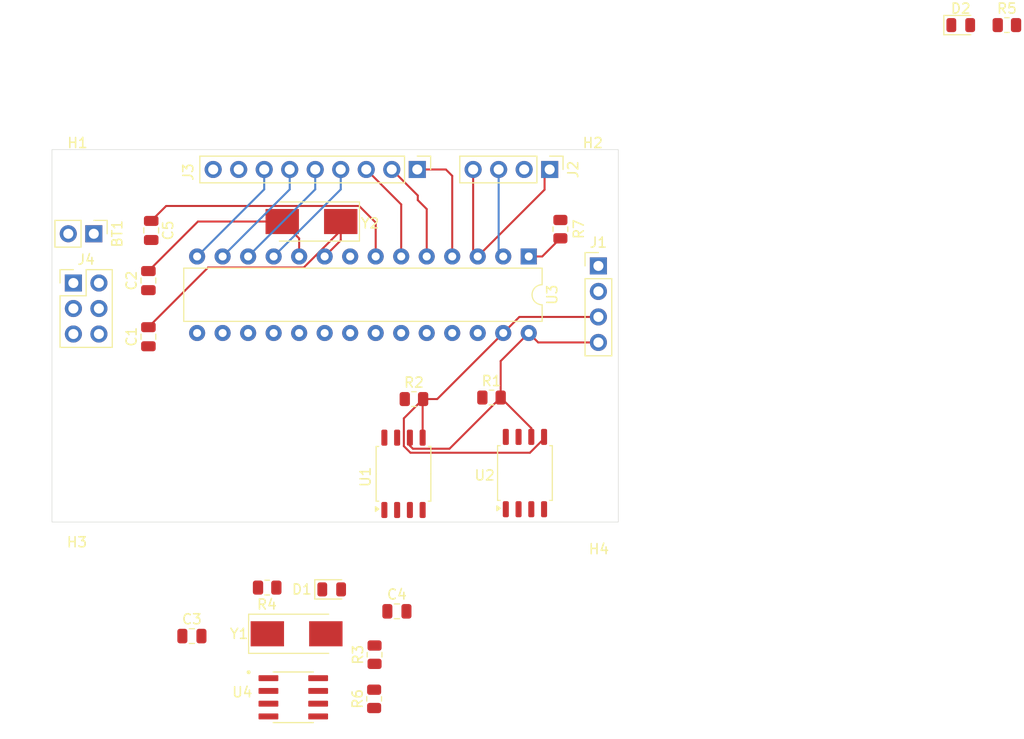
<source format=kicad_pcb>
(kicad_pcb (version 20240108) (generator "pcbnew") (generator_version "8.0")
  (title_block (title "Datalogger PCB") (date "2024-06-24"))
  (layers (0 "F.Cu" mixed) (31 "B.Cu" mixed) (34 "B.Paste" user) (35 "F.Paste" user) (36 "B.SilkS" user "B.Silkscreen") (37 "F.SilkS" user "F.Silkscreen") (38 "B.Mask" user) (39 "F.Mask" user) (44 "Edge.Cuts" user))
  (net 0 "")
  (net 1 "Net-(BT1-+)")
  (net 2 "GND")
  (net 3 "Net-(U3-XTAL1{slash}PB6)")
  (net 4 "Net-(U3-XTAL2{slash}PB7)")
  (net 5 "/Vcc")
  (net 6 "Net-(U3-AREF)")
  (net 7 "/SCK")
  (net 8 "Net-(D1-K)")
  (net 9 "Net-(D2-K)")
  (net 10 "/SDA")
  (net 11 "/TX")
  (net 12 "/RX")
  (net 13 "/D2")
  (net 14 "/D6")
  (net 15 "/D8")
  (net 16 "/D7")
  (net 17 "/D5")
  (net 18 "/D4")
  (net 19 "/D3")
  (net 20 "/MOSI")
  (net 21 "/MISO")
  (net 22 "/RESET")
  (net 23 "Net-(U4-~{INTA})")
  (net 24 "Net-(U4-SQW{slash}~INT)")
  (net 31 "Net-(U4-X2)")
  (net 32 "Net-(U4-X1)")
  (footprint "Crystal:Crystal_SMD_0603-2Pin_6.0x3.5mm_HandSoldering" (layer "F.Cu") (at 121.9935 149.5044)
    (property "Reference" "Y1" (at -5.7235 0 0) (layer "F.SilkS"))
    (property "Value" "32.768 kHz")
    (fp_line (start -4.775 -1.95) (end -4.775 1.95) (stroke (width 0.12)) (layer "F.SilkS"))
    (fp_line (start -4.775 1.95) (end 3.2 1.95) (stroke (width 0.12)) (layer "F.SilkS"))
    (fp_line (start 3.2 -1.95) (end -4.775 -1.95) (stroke (width 0.12)) (layer "F.SilkS"))
    (pad "1" smd rect (at -2.9125 0) (size 3.325 2.5) (layers "F.Cu" "F.Paste" "F.Mask") (net 32 "Net-(U4-X1)"))
    (pad "2" smd rect (at 2.9125 0) (size 3.325 2.5) (layers "F.Cu" "F.Paste" "F.Mask") (net 31 "Net-(U4-X2)"))
  )
  (footprint "MountingHole:MountingHole_2.2mm_M2" (layer "F.Cu") (at 151.4856 135.8392)
    (property "Reference" "H4" (at 0.6096 5.2324 0) (layer "F.SilkS"))
    (property "Value" "MountingHole")
    (pad "" np_thru_hole circle (at 0 0) (size 2.2 2.2) (drill 2.2) (layers "*.Cu" "*.Mask"))
  )
  (footprint "Resistor_SMD:R_0805_2012Metric" (layer "F.Cu") (at 129.714 155.985 90)
    (property "Reference" "R6" (at 0 -1.65 -90) (layer "F.SilkS"))
    (property "Value" "10k")
    (fp_line (start -0.227064 -0.735) (end 0.227064 -0.735) (stroke (width 0.12)) (layer "F.SilkS"))
    (fp_line (start -0.227064 0.735) (end 0.227064 0.735) (stroke (width 0.12)) (layer "F.SilkS"))
    (pad "1" smd roundrect (at -0.9125 0 90) (size 1.025 1.4) (layers "F.Cu" "F.Paste" "F.Mask") (roundrect_rratio 0.243902) (net 5 "/Vcc"))
    (pad "2" smd roundrect (at 0.9125 0 90) (size 1.025 1.4) (layers "F.Cu" "F.Paste" "F.Mask") (roundrect_rratio 0.243902) (net 24 "Net-(U4-SQW{slash}~INT)"))
  )
  (footprint "Resistor_SMD:R_0805_2012Metric" (layer "F.Cu") (at 148.2598 109.2181 -90)
    (property "Reference" "R7" (at -0.0019 -1.8288 90) (layer "F.SilkS"))
    (property "Value" "10k")
    (fp_line (start -0.227064 0.735) (end 0.227064 0.735) (stroke (width 0.12)) (layer "F.SilkS"))
    (fp_line (start -0.227064 -0.735) (end 0.227064 -0.735) (stroke (width 0.12)) (layer "F.SilkS"))
    (pad "1" smd roundrect (at -0.9125 0 270) (size 1.025 1.4) (layers "F.Cu" "F.Paste" "F.Mask") (roundrect_rratio 0.243902) (net 5 "/Vcc"))
    (pad "2" smd roundrect (at 0.9125 0 270) (size 1.025 1.4) (layers "F.Cu" "F.Paste" "F.Mask") (roundrect_rratio 0.243902) (net 22 "/RESET"))
  )
  (footprint "Package_DIP:DIP-28_W7.62mm" (layer "F.Cu") (at 145.1102 111.9378 -90)
    (property "Reference" "U3" (at 3.81 -2.33 90) (layer "F.SilkS"))
    (property "Value" "ATmega328-P")
    (fp_line (start 1.16 34.35) (end 6.46 34.35) (stroke (width 0.12)) (layer "F.SilkS"))
    (fp_line (start 6.46 34.35) (end 6.46 -1.33) (stroke (width 0.12)) (layer "F.SilkS"))
    (fp_line (start 1.16 -1.33) (end 1.16 34.35) (stroke (width 0.12)) (layer "F.SilkS"))
    (fp_line (start 2.81 -1.33) (end 1.16 -1.33) (stroke (width 0.12)) (layer "F.SilkS"))
    (fp_line (start 6.46 -1.33) (end 4.81 -1.33) (stroke (width 0.12)) (layer "F.SilkS"))
    (fp_arc (start 4.81 -1.33) (mid 3.81 -0.33) (end 2.81 -1.33) (stroke (width 0.12)) (layer "F.SilkS"))
    (pad "1" thru_hole rect (at 0 0 270) (size 1.6 1.6) (drill 0.8) (layers "*.Cu" "*.Mask") (net 22 "/RESET"))
    (pad "2" thru_hole oval (at 0 2.54 270) (size 1.6 1.6) (drill 0.8) (layers "*.Cu" "*.Mask") (net 12 "/RX"))
    (pad "3" thru_hole oval (at 0 5.08 270) (size 1.6 1.6) (drill 0.8) (layers "*.Cu" "*.Mask") (net 11 "/TX"))
    (pad "4" thru_hole oval (at 0 7.62 270) (size 1.6 1.6) (drill 0.8) (layers "*.Cu" "*.Mask") (net 13 "/D2"))
    (pad "5" thru_hole oval (at 0 10.16 270) (size 1.6 1.6) (drill 0.8) (layers "*.Cu" "*.Mask") (net 19 "/D3"))
    (pad "6" thru_hole oval (at 0 12.7 270) (size 1.6 1.6) (drill 0.8) (layers "*.Cu" "*.Mask") (net 18 "/D4"))
    (pad "7" thru_hole oval (at 0 15.24 270) (size 1.6 1.6) (drill 0.8) (layers "*.Cu" "*.Mask") (net 1 "Net-(BT1-+)"))
    (pad "8" thru_hole oval (at 0 17.78 270) (size 1.6 1.6) (drill 0.8) (layers "*.Cu" "*.Mask") (net 2 "GND"))
    (pad "9" thru_hole oval (at 0 20.32 270) (size 1.6 1.6) (drill 0.8) (layers "*.Cu" "*.Mask") (net 3 "Net-(U3-XTAL1{slash}PB6)"))
    (pad "10" thru_hole oval (at 0 22.86 270) (size 1.6 1.6) (drill 0.8) (layers "*.Cu" "*.Mask") (net 4 "Net-(U3-XTAL2{slash}PB7)"))
    (pad "11" thru_hole oval (at 0 25.4 270) (size 1.6 1.6) (drill 0.8) (layers "*.Cu" "*.Mask") (net 17 "/D5"))
    (pad "12" thru_hole oval (at 0 27.94 270) (size 1.6 1.6) (drill 0.8) (layers "*.Cu" "*.Mask") (net 14 "/D6"))
    (pad "13" thru_hole oval (at 0 30.48 270) (size 1.6 1.6) (drill 0.8) (layers "*.Cu" "*.Mask") (net 16 "/D7"))
    (pad "14" thru_hole oval (at 0 33.02 270) (size 1.6 1.6) (drill 0.8) (layers "*.Cu" "*.Mask") (net 15 "/D8"))
    (pad "15" thru_hole oval (at 7.62 33.02 270) (size 1.6 1.6) (drill 0.8) (layers "*.Cu" "*.Mask"))
    (pad "16" thru_hole oval (at 7.62 30.48 270) (size 1.6 1.6) (drill 0.8) (layers "*.Cu" "*.Mask"))
    (pad "17" thru_hole oval (at 7.62 27.94 270) (size 1.6 1.6) (drill 0.8) (layers "*.Cu" "*.Mask") (net 20 "/MOSI"))
    (pad "18" thru_hole oval (at 7.62 25.4 270) (size 1.6 1.6) (drill 0.8) (layers "*.Cu" "*.Mask") (net 21 "/MISO"))
    (pad "19" thru_hole oval (at 7.62 22.86 270) (size 1.6 1.6) (drill 0.8) (layers "*.Cu" "*.Mask") (net 7 "/SCK"))
    (pad "20" thru_hole oval (at 7.62 20.32 270) (size 1.6 1.6) (drill 0.8) (layers "*.Cu" "*.Mask") (net 1 "Net-(BT1-+)"))
    (pad "21" thru_hole oval (at 7.62 17.78 270) (size 1.6 1.6) (drill 0.8) (layers "*.Cu" "*.Mask") (net 6 "Net-(U3-AREF)"))
    (pad "22" thru_hole oval (at 7.62 15.24 270) (size 1.6 1.6) (drill 0.8) (layers "*.Cu" "*.Mask") (net 2 "GND"))
    (pad "23" thru_hole oval (at 7.62 12.7 270) (size 1.6 1.6) (drill 0.8) (layers "*.Cu" "*.Mask"))
    (pad "24" thru_hole oval (at 7.62 10.16 270) (size 1.6 1.6) (drill 0.8) (layers "*.Cu" "*.Mask"))
    (pad "25" thru_hole oval (at 7.62 7.62 270) (size 1.6 1.6) (drill 0.8) (layers "*.Cu" "*.Mask"))
    (pad "26" thru_hole oval (at 7.62 5.08 270) (size 1.6 1.6) (drill 0.8) (layers "*.Cu" "*.Mask"))
    (pad "27" thru_hole oval (at 7.62 2.54 270) (size 1.6 1.6) (drill 0.8) (layers "*.Cu" "*.Mask") (net 10 "/SDA"))
    (pad "28" thru_hole oval (at 7.62 0 270) (size 1.6 1.6) (drill 0.8) (layers "*.Cu" "*.Mask") (net 7 "/SCK"))
  )
  (footprint "MountingHole:MountingHole_2.2mm_M2" (layer "F.Cu") (at 100.1776 103.8352)
    (property "Reference" "H1" (at 0 -3.2 0) (layer "F.SilkS"))
    (property "Value" "MountingHole")
    (pad "" np_thru_hole circle (at 0 0) (size 2.2 2.2) (drill 2.2) (layers "*.Cu" "*.Mask"))
  )
  (footprint "Connector_PinHeader_2.54mm:PinHeader_1x04_P2.54mm_Vertical" (layer "F.Cu") (at 147.193 103.2764 -90)
    (property "Reference" "J2" (at 0 -2.33 90) (layer "F.SilkS"))
    (property "Value" "Conn_01x04_Pin")
    (fp_line (start -1.33 8.95) (end 1.33 8.95) (stroke (width 0.12)) (layer "F.SilkS"))
    (fp_line (start -1.33 1.27) (end -1.33 8.95) (stroke (width 0.12)) (layer "F.SilkS"))
    (fp_line (start -1.33 1.27) (end 1.33 1.27) (stroke (width 0.12)) (layer "F.SilkS"))
    (fp_line (start 1.33 1.27) (end 1.33 8.95) (stroke (width 0.12)) (layer "F.SilkS"))
    (fp_line (start -1.33 0) (end -1.33 -1.33) (stroke (width 0.12)) (layer "F.SilkS"))
    (fp_line (start -1.33 -1.33) (end 0 -1.33) (stroke (width 0.12)) (layer "F.SilkS"))
    (pad "1" thru_hole rect (at 0 0 270) (size 1.7 1.7) (drill 1) (layers "*.Cu" "*.Mask") (net 2 "GND"))
    (pad "2" thru_hole oval (at 0 2.54 270) (size 1.7 1.7) (drill 1) (layers "*.Cu" "*.Mask") (net 5 "/Vcc"))
    (pad "3" thru_hole oval (at 0 5.08 270) (size 1.7 1.7) (drill 1) (layers "*.Cu" "*.Mask") (net 12 "/RX"))
    (pad "4" thru_hole oval (at 0 7.62 270) (size 1.7 1.7) (drill 1) (layers "*.Cu" "*.Mask") (net 11 "/TX"))
  )
  (footprint "Capacitor_SMD:C_0805_2012Metric" (layer "F.Cu") (at 107.2388 114.3406 90)
    (property "Reference" "C2" (at 0 -1.68 270) (layer "F.SilkS"))
    (property "Value" "22pF")
    (fp_line (start -0.261252 -0.735) (end 0.261252 -0.735) (stroke (width 0.12)) (layer "F.SilkS"))
    (fp_line (start -0.261252 0.735) (end 0.261252 0.735) (stroke (width 0.12)) (layer "F.SilkS"))
    (pad "1" smd roundrect (at -0.95 0 90) (size 1 1.45) (layers "F.Cu" "F.Paste" "F.Mask") (net 2 "GND"))
    (pad "2" smd roundrect (at 0.95 0 90) (size 1 1.45) (layers "F.Cu" "F.Paste" "F.Mask") (net 4 "Net-(U3-XTAL2{slash}PB7)"))
  )
  (footprint "Capacitor_SMD:C_0805_2012Metric" (layer "F.Cu") (at 107.5182 109.347 -90)
    (property "Reference" "C5" (at 0 -1.68 90) (layer "F.SilkS"))
    (property "Value" "100nF")
    (fp_line (start -0.261252 0.735) (end 0.261252 0.735) (stroke (width 0.12)) (layer "F.SilkS"))
    (fp_line (start -0.261252 -0.735) (end 0.261252 -0.735) (stroke (width 0.12)) (layer "F.SilkS"))
    (pad "1" smd roundrect (at -0.95 0 270) (size 1 1.45) (layers "F.Cu" "F.Paste" "F.Mask") (net 1 "Net-(BT1-+)"))
    (pad "2" smd roundrect (at 0.95 0 270) (size 1 1.45) (layers "F.Cu" "F.Paste" "F.Mask") (net 2 "GND"))
  )
  (footprint "LED_SMD:LED_0805_2012Metric" (layer "F.Cu") (at 188.1231 88.9)
    (property "Reference" "D2" (at 0 -1.65 0) (layer "F.SilkS"))
    (property "Value" "LED")
    (fp_line (start -1.685 -0.96) (end -1.685 0.96) (stroke (width 0.12)) (layer "F.SilkS"))
    (fp_line (start -1.685 0.96) (end 1 0.96) (stroke (width 0.12)) (layer "F.SilkS"))
    (fp_line (start 1 -0.96) (end -1.685 -0.96) (stroke (width 0.12)) (layer "F.SilkS"))
    (pad "1" smd roundrect (at -0.9375 0) (size 0.975 1.4) (layers "F.Cu" "F.Paste" "F.Mask") (net 9 "Net-(D2-K)"))
    (pad "2" smd roundrect (at 0.9375 0) (size 0.975 1.4) (layers "F.Cu" "F.Paste" "F.Mask") (net 1 "Net-(BT1-+)"))
  )
  (footprint "DS1337S_T_R:SOIC127P600X175-8N" (layer "F.Cu") (at 121.666 155.829)
    (property "Reference" "U4" (at -5.08 -0.508 0) (layer "F.SilkS"))
    (property "Value" "DS1337S_T_R")
    (fp_line (start -2 -2.52) (end 2 -2.52) (stroke (width 0.127)) (layer "F.SilkS"))
    (fp_line (start -2 2.52) (end 2 2.52) (stroke (width 0.127)) (layer "F.SilkS"))
    (fp_circle (center -4.445 -2.495) (end -4.345 -2.495) (stroke (width 0.2)) (fill none) (layer "F.SilkS"))
    (pad "1" smd roundrect (at -2.475 -1.905) (size 1.97 0.59) (layers "F.Cu" "F.Paste" "F.Mask") (roundrect_rratio 0.125) (net 32 "Net-(U4-X1)"))
    (pad "2" smd roundrect (at -2.475 -0.635) (size 1.97 0.59) (layers "F.Cu" "F.Paste" "F.Mask") (roundrect_rratio 0.125) (net 31 "Net-(U4-X2)"))
    (pad "3" smd roundrect (at -2.475 0.635) (size 1.97 0.59) (layers "F.Cu" "F.Paste" "F.Mask") (roundrect_rratio 0.125) (net 23 "Net-(U4-~{INTA})"))
    (pad "4" smd roundrect (at -2.475 1.905) (size 1.97 0.59) (layers "F.Cu" "F.Paste" "F.Mask") (roundrect_rratio 0.125) (net 2 "GND"))
    (pad "5" smd roundrect (at 2.475 1.905) (size 1.97 0.59) (layers "F.Cu" "F.Paste" "F.Mask") (roundrect_rratio 0.125) (net 10 "/SDA"))
    (pad "6" smd roundrect (at 2.475 0.635) (size 1.97 0.59) (layers "F.Cu" "F.Paste" "F.Mask") (roundrect_rratio 0.125) (net 7 "/SCK"))
    (pad "7" smd roundrect (at 2.475 -0.635) (size 1.97 0.59) (layers "F.Cu" "F.Paste" "F.Mask") (roundrect_rratio 0.125) (net 24 "Net-(U4-SQW{slash}~INT)"))
    (pad "8" smd roundrect (at 2.475 -1.905) (size 1.97 0.59) (layers "F.Cu" "F.Paste" "F.Mask") (roundrect_rratio 0.125) (net 5 "/Vcc"))
  )
  (footprint "Capacitor_SMD:C_0805_2012Metric" (layer "F.Cu") (at 107.2388 119.9286 90)
    (property "Reference" "C1" (at 0 -1.68 270) (layer "F.SilkS"))
    (property "Value" "22pF")
    (fp_line (start -0.261252 -0.735) (end 0.261252 -0.735) (stroke (width 0.12)) (layer "F.SilkS"))
    (fp_line (start -0.261252 0.735) (end 0.261252 0.735) (stroke (width 0.12)) (layer "F.SilkS"))
    (pad "1" smd roundrect (at -0.95 0 90) (size 1 1.45) (layers "F.Cu" "F.Paste" "F.Mask") (net 2 "GND"))
    (pad "2" smd roundrect (at 0.95 0 90) (size 1 1.45) (layers "F.Cu" "F.Paste" "F.Mask") (net 3 "Net-(U3-XTAL1{slash}PB6)"))
  )
  (footprint "LED_SMD:LED_0805_2012Metric" (layer "F.Cu") (at 125.4902 145.0848)
    (property "Reference" "D1" (at -2.9695 0 0) (layer "F.SilkS"))
    (property "Value" "LED")
    (fp_line (start -1.685 -0.96) (end -1.685 0.96) (stroke (width 0.12)) (layer "F.SilkS"))
    (fp_line (start -1.685 0.96) (end 1 0.96) (stroke (width 0.12)) (layer "F.SilkS"))
    (fp_line (start 1 -0.96) (end -1.685 -0.96) (stroke (width 0.12)) (layer "F.SilkS"))
    (pad "1" smd roundrect (at -0.9375 0) (size 0.975 1.4) (layers "F.Cu" "F.Paste" "F.Mask") (net 8 "Net-(D1-K)"))
    (pad "2" smd roundrect (at 0.9375 0) (size 0.975 1.4) (layers "F.Cu" "F.Paste" "F.Mask") (net 7 "/SCK"))
  )
  (footprint "Capacitor_SMD:C_0805_2012Metric" (layer "F.Cu") (at 111.571 149.733)
    (property "Reference" "C3" (at 0 -1.68 0) (layer "F.SilkS"))
    (property "Value" "0.1uF")
    (fp_line (start -0.261252 -0.735) (end 0.261252 -0.735) (stroke (width 0.12)) (layer "F.SilkS"))
    (fp_line (start -0.261252 0.735) (end 0.261252 0.735) (stroke (width 0.12)) (layer "F.SilkS"))
    (pad "1" smd roundrect (at -0.95 0) (size 1 1.45) (layers "F.Cu" "F.Paste" "F.Mask") (net 5 "/Vcc"))
    (pad "2" smd roundrect (at 0.95 0) (size 1 1.45) (layers "F.Cu" "F.Paste" "F.Mask") (net 2 "GND"))
  )
  (footprint "Resistor_SMD:R_0805_2012Metric" (layer "F.Cu") (at 192.7163 88.9)
    (property "Reference" "R5" (at 0 -1.65 0) (layer "F.SilkS"))
    (property "Value" "330")
    (fp_line (start -0.227064 -0.735) (end 0.227064 -0.735) (stroke (width 0.12)) (layer "F.SilkS"))
    (fp_line (start -0.227064 0.735) (end 0.227064 0.735) (stroke (width 0.12)) (layer "F.SilkS"))
    (pad "1" smd roundrect (at -0.9125 0) (size 1.025 1.4) (layers "F.Cu" "F.Paste" "F.Mask") (roundrect_rratio 0.243902) (net 2 "GND"))
    (pad "2" smd roundrect (at 0.9125 0) (size 1.025 1.4) (layers "F.Cu" "F.Paste" "F.Mask") (roundrect_rratio 0.243902) (net 8 "Net-(D1-K)"))
  )
  (footprint "Resistor_SMD:R_0805_2012Metric" (layer "F.Cu") (at 133.6783 126.1364)
    (property "Reference" "R2" (at 0 -1.65 0) (layer "F.SilkS"))
    (property "Value" "4.7k")
    (fp_line (start -0.227064 -0.735) (end 0.227064 -0.735) (stroke (width 0.12)) (layer "F.SilkS"))
    (fp_line (start -0.227064 0.735) (end 0.227064 0.735) (stroke (width 0.12)) (layer "F.SilkS"))
    (pad "1" smd roundrect (at -0.9125 0) (size 1.025 1.4) (layers "F.Cu" "F.Paste" "F.Mask") (roundrect_rratio 0.243902) (net 5 "/Vcc"))
    (pad "2" smd roundrect (at 0.9125 0) (size 1.025 1.4) (layers "F.Cu" "F.Paste" "F.Mask") (roundrect_rratio 0.243902) (net 10 "/SDA"))
  )
  (footprint "MountingHole:MountingHole_2.2mm_M2" (layer "F.Cu") (at 151.4856 103.8352)
    (property "Reference" "H2" (at 0 -3.2 0) (layer "F.SilkS"))
    (property "Value" "MountingHole")
    (pad "" np_thru_hole circle (at 0 0) (size 2.2 2.2) (drill 2.2) (layers "*.Cu" "*.Mask"))
  )
  (footprint "Connector_PinHeader_2.54mm:PinHeader_1x02_P2.54mm_Vertical" (layer "F.Cu") (at 101.8032 109.6772 -90)
    (property "Reference" "BT1" (at 0 -2.33 90) (layer "F.SilkS"))
    (property "Value" "Battery")
    (fp_line (start -1.33 3.87) (end 1.33 3.87) (stroke (width 0.12)) (layer "F.SilkS"))
    (fp_line (start -1.33 1.27) (end -1.33 3.87) (stroke (width 0.12)) (layer "F.SilkS"))
    (fp_line (start -1.33 1.27) (end 1.33 1.27) (stroke (width 0.12)) (layer "F.SilkS"))
    (fp_line (start 1.33 1.27) (end 1.33 3.87) (stroke (width 0.12)) (layer "F.SilkS"))
    (fp_line (start -1.33 0) (end -1.33 -1.33) (stroke (width 0.12)) (layer "F.SilkS"))
    (fp_line (start -1.33 -1.33) (end 0 -1.33) (stroke (width 0.12)) (layer "F.SilkS"))
    (pad "1" thru_hole rect (at 0 0 270) (size 1.7 1.7) (drill 1) (layers "*.Cu" "*.Mask") (net 1 "Net-(BT1-+)"))
    (pad "2" thru_hole oval (at 0 2.54 270) (size 1.7 1.7) (drill 1) (layers "*.Cu" "*.Mask") (net 2 "GND"))
  )
  (footprint "Crystal:Crystal_SMD_0603-2Pin_6.0x3.5mm_HandSoldering" (layer "F.Cu") (at 123.4779 108.458 180)
    (property "Reference" "Y2" (at -5.8335 -0.1778 180) (layer "F.SilkS"))
    (property "Value" "16MHz")
    (fp_line (start 3.2 -1.95) (end -4.775 -1.95) (stroke (width 0.12)) (layer "F.SilkS"))
    (fp_line (start -4.775 1.95) (end 3.2 1.95) (stroke (width 0.12)) (layer "F.SilkS"))
    (fp_line (start -4.775 -1.95) (end -4.775 1.95) (stroke (width 0.12)) (layer "F.SilkS"))
    (pad "1" smd rect (at -2.9125 0 180) (size 3.325 2.5) (layers "F.Cu" "F.Paste" "F.Mask") (net 3 "Net-(U3-XTAL1{slash}PB6)"))
    (pad "2" smd rect (at 2.9125 0 180) (size 3.325 2.5) (layers "F.Cu" "F.Paste" "F.Mask") (net 4 "Net-(U3-XTAL2{slash}PB7)"))
  )
  (footprint "Resistor_SMD:R_0805_2012Metric" (layer "F.Cu") (at 129.7574 151.5872 90)
    (property "Reference" "R3" (at 0 -1.65 -90) (layer "F.SilkS"))
    (property "Value" "10k")
    (fp_line (start -0.227064 -0.735) (end 0.227064 -0.735) (stroke (width 0.12)) (layer "F.SilkS"))
    (fp_line (start -0.227064 0.735) (end 0.227064 0.735) (stroke (width 0.12)) (layer "F.SilkS"))
    (pad "1" smd roundrect (at -0.9125 0 90) (size 1.025 1.4) (layers "F.Cu" "F.Paste" "F.Mask") (roundrect_rratio 0.243902) (net 5 "/Vcc"))
    (pad "2" smd roundrect (at 0.9125 0 90) (size 1.025 1.4) (layers "F.Cu" "F.Paste" "F.Mask") (roundrect_rratio 0.243902) (net 23 "Net-(U4-~{INTA})"))
  )
  (footprint "MountingHole:MountingHole_2.2mm_M2" (layer "F.Cu") (at 100.1776 135.8392)
    (property "Reference" "H3" (at -0.0508 4.5466 0) (layer "F.SilkS"))
    (property "Value" "MountingHole")
    (pad "" np_thru_hole circle (at 0 0) (size 2.2 2.2) (drill 2.2) (layers "*.Cu" "*.Mask"))
  )
  (footprint "Package_SO:SOIC-8_5.23x5.23mm_P1.27mm" (layer "F.Cu") (at 144.7292 133.5024 90)
    (property "Reference" "U2" (at -0.2286 -4.0132 360) (layer "F.SilkS"))
    (property "Value" "24LC1025")
    (fp_line (start 2.725 -2.725) (end 2.725 -2.465) (stroke (width 0.12)) (layer "F.SilkS"))
    (fp_line (start 0 -2.725) (end 2.725 -2.725) (stroke (width 0.12)) (layer "F.SilkS"))
    (fp_line (start 0 -2.725) (end -2.725 -2.725) (stroke (width 0.12)) (layer "F.SilkS"))
    (fp_line (start -2.725 -2.725) (end -2.725 -2.465) (stroke (width 0.12)) (layer "F.SilkS"))
    (fp_line (start 2.725 2.725) (end 2.725 2.465) (stroke (width 0.12)) (layer "F.SilkS"))
    (fp_line (start 0 2.725) (end 2.725 2.725) (stroke (width 0.12)) (layer "F.SilkS"))
    (fp_line (start 0 2.725) (end -2.725 2.725) (stroke (width 0.12)) (layer "F.SilkS"))
    (fp_line (start -2.725 2.725) (end -2.725 2.465) (stroke (width 0.12)) (layer "F.SilkS"))
    (fp_poly (pts (xy -3.5075 -2.465) (xy -3.7475 -2.795) (xy -3.2675 -2.795) (xy -3.5075 -2.465)) (stroke (width 0.12)) (fill solid) (layer "F.SilkS"))
    (pad "1" smd roundrect (at -3.6 -1.905 90) (size 1.6 0.6) (layers "F.Cu" "F.Paste" "F.Mask") (net 5 "/Vcc"))
    (pad "2" smd roundrect (at -3.6 -0.635 90) (size 1.6 0.6) (layers "F.Cu" "F.Paste" "F.Mask") (net 2 "GND"))
    (pad "3" smd roundrect (at -3.6 0.635 90) (size 1.6 0.6) (layers "F.Cu" "F.Paste" "F.Mask") (net 5 "/Vcc"))
    (pad "4" smd roundrect (at -3.6 1.905 90) (size 1.6 0.6) (layers "F.Cu" "F.Paste" "F.Mask") (net 2 "GND"))
    (pad "5" smd roundrect (at 3.6 1.905 90) (size 1.6 0.6) (layers "F.Cu" "F.Paste" "F.Mask") (net 10 "/SDA"))
    (pad "6" smd roundrect (at 3.6 0.635 90) (size 1.6 0.6) (layers "F.Cu" "F.Paste" "F.Mask") (net 7 "/SCK"))
    (pad "7" smd roundrect (at 3.6 -0.635 90) (size 1.6 0.6) (layers "F.Cu" "F.Paste" "F.Mask") (net 2 "GND"))
    (pad "8" smd roundrect (at 3.6 -1.905 90) (size 1.6 0.6) (layers "F.Cu" "F.Paste" "F.Mask") (net 5 "/Vcc"))
  )
  (footprint "Capacitor_SMD:C_0805_2012Metric" (layer "F.Cu") (at 131.9824 147.2692)
    (property "Reference" "C4" (at 0 -1.68 0) (layer "F.SilkS"))
    (property "Value" "1uF")
    (fp_line (start -0.261252 -0.735) (end 0.261252 -0.735) (stroke (width 0.12)) (layer "F.SilkS"))
    (fp_line (start -0.261252 0.735) (end 0.261252 0.735) (stroke (width 0.12)) (layer "F.SilkS"))
    (pad "1" smd roundrect (at -0.95 0) (size 1 1.45) (layers "F.Cu" "F.Paste" "F.Mask") (net 2 "GND"))
    (pad "2" smd roundrect (at 0.95 0) (size 1 1.45) (layers "F.Cu" "F.Paste" "F.Mask") (net 6 "Net-(U3-AREF)"))
  )
  (footprint "Package_SO:SOIC-8_5.23x5.23mm_P1.27mm" (layer "F.Cu") (at 132.6388 133.5786 90)
    (property "Reference" "U1" (at -0.3048 -3.7846 270) (layer "F.SilkS"))
    (property "Value" "24LC1025")
    (fp_line (start 2.725 -2.725) (end 2.725 -2.465) (stroke (width 0.12)) (layer "F.SilkS"))
    (fp_line (start 0 -2.725) (end 2.725 -2.725) (stroke (width 0.12)) (layer "F.SilkS"))
    (fp_line (start 0 -2.725) (end -2.725 -2.725) (stroke (width 0.12)) (layer "F.SilkS"))
    (fp_line (start -2.725 -2.725) (end -2.725 -2.465) (stroke (width 0.12)) (layer "F.SilkS"))
    (fp_line (start 2.725 2.725) (end 2.725 2.465) (stroke (width 0.12)) (layer "F.SilkS"))
    (fp_line (start 0 2.725) (end 2.725 2.725) (stroke (width 0.12)) (layer "F.SilkS"))
    (fp_line (start 0 2.725) (end -2.725 2.725) (stroke (width 0.12)) (layer "F.SilkS"))
    (fp_line (start -2.725 2.725) (end -2.725 2.465) (stroke (width 0.12)) (layer "F.SilkS"))
    (fp_poly (pts (xy -3.5075 -2.465) (xy -3.7475 -2.795) (xy -3.2675 -2.795) (xy -3.5075 -2.465)) (stroke (width 0.12)) (fill solid) (layer "F.SilkS"))
    (pad "1" smd roundrect (at -3.6 -1.905 90) (size 1.6 0.6) (layers "F.Cu" "F.Paste" "F.Mask") (net 5 "/Vcc"))
    (pad "2" smd roundrect (at -3.6 -0.635 90) (size 1.6 0.6) (layers "F.Cu" "F.Paste" "F.Mask") (net 5 "/Vcc"))
    (pad "3" smd roundrect (at -3.6 0.635 90) (size 1.6 0.6) (layers "F.Cu" "F.Paste" "F.Mask") (net 5 "/Vcc"))
    (pad "4" smd roundrect (at -3.6 1.905 90) (size 1.6 0.6) (layers "F.Cu" "F.Paste" "F.Mask") (net 2 "GND"))
    (pad "5" smd roundrect (at 3.6 1.905 90) (size 1.6 0.6) (layers "F.Cu" "F.Paste" "F.Mask") (net 10 "/SDA"))
    (pad "6" smd roundrect (at 3.6 0.635 90) (size 1.6 0.6) (layers "F.Cu" "F.Paste" "F.Mask") (net 7 "/SCK"))
    (pad "7" smd roundrect (at 3.6 -0.635 90) (size 1.6 0.6) (layers "F.Cu" "F.Paste" "F.Mask") (net 2 "GND"))
    (pad "8" smd roundrect (at 3.6 -1.905 90) (size 1.6 0.6) (layers "F.Cu" "F.Paste" "F.Mask") (net 5 "/Vcc"))
  )
  (footprint "Resistor_SMD:R_0805_2012Metric" (layer "F.Cu") (at 119.0659 144.907)
    (property "Reference" "R4" (at -0.0273 1.6764 0) (layer "F.SilkS"))
    (property "Value" "330")
    (fp_line (start -0.227064 -0.735) (end 0.227064 -0.735) (stroke (width 0.12)) (layer "F.SilkS"))
    (fp_line (start -0.227064 0.735) (end 0.227064 0.735) (stroke (width 0.12)) (layer "F.SilkS"))
    (pad "1" smd roundrect (at -0.9125 0) (size 1.025 1.4) (layers "F.Cu" "F.Paste" "F.Mask") (roundrect_rratio 0.243902) (net 9 "Net-(D2-K)"))
    (pad "2" smd roundrect (at 0.9125 0) (size 1.025 1.4) (layers "F.Cu" "F.Paste" "F.Mask") (roundrect_rratio 0.243902) (net 2 "GND"))
  )
  (footprint "Resistor_SMD:R_0805_2012Metric" (layer "F.Cu") (at 141.4018 125.984)
    (property "Reference" "R1" (at 0 -1.65 0) (layer "F.SilkS"))
    (property "Value" "4.7k")
    (fp_line (start -0.227064 -0.735) (end 0.227064 -0.735) (stroke (width 0.12)) (layer "F.SilkS"))
    (fp_line (start -0.227064 0.735) (end 0.227064 0.735) (stroke (width 0.12)) (layer "F.SilkS"))
    (pad "1" smd roundrect (at -0.9125 0) (size 1.025 1.4) (layers "F.Cu" "F.Paste" "F.Mask") (roundrect_rratio 0.243902) (net 5 "/Vcc"))
    (pad "2" smd roundrect (at 0.9125 0) (size 1.025 1.4) (layers "F.Cu" "F.Paste" "F.Mask") (roundrect_rratio 0.243902) (net 7 "/SCK"))
  )
  (footprint "Connector_PinHeader_2.54mm:PinHeader_1x09_P2.54mm_Vertical" (layer "F.Cu") (at 134.0104 103.2764 -90)
    (property "Reference" "J3" (at 0.254 22.8092 90) (layer "F.SilkS"))
    (property "Value" "Conn_01x09_Pin")
    (fp_line (start -1.33 21.65) (end 1.33 21.65) (stroke (width 0.12)) (layer "F.SilkS"))
    (fp_line (start -1.33 1.27) (end -1.33 21.65) (stroke (width 0.12)) (layer "F.SilkS"))
    (fp_line (start -1.33 1.27) (end 1.33 1.27) (stroke (width 0.12)) (layer "F.SilkS"))
    (fp_line (start 1.33 1.27) (end 1.33 21.65) (stroke (width 0.12)) (layer "F.SilkS"))
    (fp_line (start -1.33 0) (end -1.33 -1.33) (stroke (width 0.12)) (layer "F.SilkS"))
    (fp_line (start -1.33 -1.33) (end 0 -1.33) (stroke (width 0.12)) (layer "F.SilkS"))
    (pad "1" thru_hole rect (at 0 0 270) (size 1.7 1.7) (drill 1) (layers "*.Cu" "*.Mask") (net 13 "/D2"))
    (pad "2" thru_hole oval (at 0 2.54 270) (size 1.7 1.7) (drill 1) (layers "*.Cu" "*.Mask") (net 19 "/D3"))
    (pad "3" thru_hole oval (at 0 5.08 270) (size 1.7 1.7) (drill 1) (layers "*.Cu" "*.Mask") (net 18 "/D4"))
    (pad "4" thru_hole oval (at 0 7.62 270) (size 1.7 1.7) (drill 1) (layers "*.Cu" "*.Mask") (net 17 "/D5"))
    (pad "5" thru_hole oval (at 0 10.16 270) (size 1.7 1.7) (drill 1) (layers "*.Cu" "*.Mask") (net 14 "/D6"))
    (pad "6" thru_hole oval (at 0 12.7 270) (size 1.7 1.7) (drill 1) (layers "*.Cu" "*.Mask") (net 16 "/D7"))
    (pad "7" thru_hole oval (at 0 15.24 270) (size 1.7 1.7) (drill 1) (layers "*.Cu" "*.Mask") (net 15 "/D8"))
    (pad "8" thru_hole oval (at 0 17.78 270) (size 1.7 1.7) (drill 1) (layers "*.Cu" "*.Mask") (net 2 "GND"))
    (pad "9" thru_hole oval (at 0 20.32 270) (size 1.7 1.7) (drill 1) (layers "*.Cu" "*.Mask") (net 5 "/Vcc"))
  )
  (footprint "Connector_PinHeader_2.54mm:PinHeader_1x04_P2.54mm_Vertical" (layer "F.Cu") (at 152.0444 112.8776)
    (property "Reference" "J1" (at 0 -2.33 0) (layer "F.SilkS"))
    (property "Value" "Conn_01x04_Pin")
    (fp_line (start -1.33 -1.33) (end 0 -1.33) (stroke (width 0.12)) (layer "F.SilkS"))
    (fp_line (start -1.33 0) (end -1.33 -1.33) (stroke (width 0.12)) (layer "F.SilkS"))
    (fp_line (start -1.33 1.27) (end -1.33 8.95) (stroke (width 0.12)) (layer "F.SilkS"))
    (fp_line (start -1.33 1.27) (end 1.33 1.27) (stroke (width 0.12)) (layer "F.SilkS"))
    (fp_line (start -1.33 8.95) (end 1.33 8.95) (stroke (width 0.12)) (layer "F.SilkS"))
    (fp_line (start 1.33 1.27) (end 1.33 8.95) (stroke (width 0.12)) (layer "F.SilkS"))
    (pad "1" thru_hole rect (at 0 0) (size 1.7 1.7) (drill 1) (layers "*.Cu" "*.Mask") (net 2 "GND"))
    (pad "2" thru_hole oval (at 0 2.54) (size 1.7 1.7) (drill 1) (layers "*.Cu" "*.Mask") (net 5 "/Vcc"))
    (pad "3" thru_hole oval (at 0 5.08) (size 1.7 1.7) (drill 1) (layers "*.Cu" "*.Mask") (net 10 "/SDA"))
    (pad "4" thru_hole oval (at 0 7.62) (size 1.7 1.7) (drill 1) (layers "*.Cu" "*.Mask") (net 7 "/SCK"))
  )
  (footprint "Connector_PinHeader_2.54mm:PinHeader_2x03_P2.54mm_Vertical" (layer "F.Cu") (at 99.7712 114.5794)
    (property "Reference" "J4" (at 1.27 -2.33 0) (layer "F.SilkS"))
    (property "Value" "Conn_02x03_Odd_Even")
    (fp_line (start -1.33 -1.33) (end 0 -1.33) (stroke (width 0.12)) (layer "F.SilkS"))
    (fp_line (start -1.33 0) (end -1.33 -1.33) (stroke (width 0.12)) (layer "F.SilkS"))
    (fp_line (start -1.33 1.27) (end -1.33 6.41) (stroke (width 0.12)) (layer "F.SilkS"))
    (fp_line (start -1.33 1.27) (end 1.27 1.27) (stroke (width 0.12)) (layer "F.SilkS"))
    (fp_line (start -1.33 6.41) (end 3.87 6.41) (stroke (width 0.12)) (layer "F.SilkS"))
    (fp_line (start 1.27 -1.33) (end 3.87 -1.33) (stroke (width 0.12)) (layer "F.SilkS"))
    (fp_line (start 1.27 1.27) (end 1.27 -1.33) (stroke (width 0.12)) (layer "F.SilkS"))
    (fp_line (start 3.87 -1.33) (end 3.87 6.41) (stroke (width 0.12)) (layer "F.SilkS"))
    (pad "1" thru_hole rect (at 0 0) (size 1.7 1.7) (drill 1) (layers "*.Cu" "*.Mask") (net 21 "/MISO"))
    (pad "2" thru_hole oval (at 2.54 0) (size 1.7 1.7) (drill 1) (layers "*.Cu" "*.Mask") (net 5 "/Vcc"))
    (pad "3" thru_hole oval (at 0 2.54) (size 1.7 1.7) (drill 1) (layers "*.Cu" "*.Mask") (net 7 "/SCK"))
    (pad "4" thru_hole oval (at 2.54 2.54) (size 1.7 1.7) (drill 1) (layers "*.Cu" "*.Mask") (net 20 "/MOSI"))
    (pad "5" thru_hole oval (at 0 5.08) (size 1.7 1.7) (drill 1) (layers "*.Cu" "*.Mask") (net 22 "/RESET"))
    (pad "6" thru_hole oval (at 2.54 5.08) (size 1.7 1.7) (drill 1) (layers "*.Cu" "*.Mask") (net 2 "GND"))
  )
  (gr_rect (start 97.6376 101.2952) (end 154.0256 138.3792) (stroke (width 0.05)) (fill none) (layer "Edge.Cuts"))
  (segment (start 109.0072 106.908) (end 128.2186 106.908) (width 0.2) (layer "F.Cu") (net 1))
  (segment (start 129.8702 108.5596) (end 129.8702 111.9378) (width 0.2) (layer "F.Cu") (net 1))
  (segment (start 128.2186 106.908) (end 129.8702 108.5596) (width 0.2) (layer "F.Cu") (net 1))
  (segment (start 107.5182 108.397) (end 109.0072 106.908) (width 0.2) (layer "F.Cu") (net 1))
  (segment (start 107.2388 118.9786) (end 113.1796 113.0378) (width 0.2) (layer "F.Cu") (net 3))
  (segment (start 126.3904 109.353235) (end 126.3904 108.458) (width 0.2) (layer "F.Cu") (net 3))
  (segment (start 122.705835 113.0378) (end 126.3904 109.353235) (width 0.2) (layer "F.Cu") (net 3))
  (segment (start 113.1796 113.0378) (end 122.705835 113.0378) (width 0.2) (layer "F.Cu") (net 3))
  (segment (start 126.3904 110.3376) (end 124.7902 111.9378) (width 0.2) (layer "F.Cu") (net 3))
  (segment (start 126.3904 108.458) (end 126.3904 110.3376) (width 0.2) (layer "F.Cu") (net 3))
  (segment (start 107.2388 113.3906) (end 112.1714 108.458) (width 0.2) (layer "F.Cu") (net 4))
  (segment (start 112.1714 108.458) (end 120.5654 108.458) (width 0.2) (layer "F.Cu") (net 4))
  (segment (start 120.5654 108.458) (end 122.2502 110.1428) (width 0.2) (layer "F.Cu") (net 4))
  (segment (start 122.2502 110.1428) (end 122.2502 111.9378) (width 0.2) (layer "F.Cu") (net 4))
  (segment (start 137.2197 131.0786) (end 142.3143 125.984) (width 0.2) (layer "F.Cu") (net 7))
  (segment (start 142.3143 125.984) (end 142.3143 122.3537) (width 0.2) (layer "F.Cu") (net 7))
  (segment (start 133.2738 129.9786) (end 133.2738 130.778599) (width 0.2) (layer "F.Cu") (net 7))
  (segment (start 146.05 120.4976) (end 145.1102 119.5578) (width 0.2) (layer "F.Cu") (net 7))
  (segment (start 145.3642 129.9024) (end 145.3642 129.0339) (width 0.2) (layer "F.Cu") (net 7))
  (segment (start 145.3642 129.0339) (end 142.3143 125.984) (width 0.2) (layer "F.Cu") (net 7))
  (segment (start 152.0444 120.4976) (end 146.05 120.4976) (width 0.2) (layer "F.Cu") (net 7))
  (segment (start 133.2738 130.778599) (end 133.573801 131.0786) (width 0.2) (layer "F.Cu") (net 7))
  (segment (start 142.3143 122.3537) (end 145.1102 119.5578) (width 0.2) (layer "F.Cu") (net 7))
  (segment (start 133.573801 131.0786) (end 137.2197 131.0786) (width 0.2) (layer "F.Cu") (net 7))
  (segment (start 132.6738 130.819152) (end 132.6738 128.0534) (width 0.2) (layer "F.Cu") (net 10))
  (segment (start 152.0444 117.9576) (end 144.1704 117.9576) (width 0.2) (layer "F.Cu") (net 10))
  (segment (start 134.5438 126.1834) (end 134.5908 126.1364) (width 0.2) (layer "F.Cu") (net 10))
  (segment (start 135.9916 126.1364) (end 142.5702 119.5578) (width 0.2) (layer "F.Cu") (net 10))
  (segment (start 146.6342 129.9024) (end 146.6342 130.072952) (width 0.2) (layer "F.Cu") (net 10))
  (segment (start 144.1704 117.9576) (end 142.5702 119.5578) (width 0.2) (layer "F.Cu") (net 10))
  (segment (start 145.228552 131.4786) (end 133.333248 131.4786) (width 0.2) (layer "F.Cu") (net 10))
  (segment (start 132.6738 128.0534) (end 134.5908 126.1364) (width 0.2) (layer "F.Cu") (net 10))
  (segment (start 146.6342 130.072952) (end 145.228552 131.4786) (width 0.2) (layer "F.Cu") (net 10))
  (segment (start 134.5908 126.1364) (end 135.9916 126.1364) (width 0.2) (layer "F.Cu") (net 10))
  (segment (start 134.5438 129.9786) (end 134.5438 126.1834) (width 0.2) (layer "F.Cu") (net 10))
  (segment (start 133.333248 131.4786) (end 132.6738 130.819152) (width 0.2) (layer "F.Cu") (net 10))
  (segment (start 146.685 103.3272) (end 146.685 105.283) (width 0.2) (layer "F.Cu") (net 11))
  (segment (start 146.685 105.283) (end 140.0302 111.9378) (width 0.2) (layer "F.Cu") (net 11))
  (segment (start 139.573 103.2764) (end 139.573 111.4806) (width 0.2) (layer "F.Cu") (net 11))
  (segment (start 139.573 111.4806) (end 140.0302 111.9378) (width 0.2) (layer "F.Cu") (net 11))
  (segment (start 142.113 111.4806) (end 142.5702 111.9378) (width 0.2) (layer "B.Cu") (net 12))
  (segment (start 142.113 103.2764) (end 142.113 111.4806) (width 0.2) (layer "B.Cu") (net 12))
  (segment (start 137.4902 103.9114) (end 137.4902 111.9378) (width 0.2) (layer "F.Cu") (net 13))
  (segment (start 134.0104 103.2764) (end 136.8552 103.2764) (width 0.2) (layer "F.Cu") (net 13))
  (segment (start 136.8552 103.2764) (end 137.4902 103.9114) (width 0.2) (layer "F.Cu") (net 13))
  (segment (start 123.8504 105.2576) (end 117.1702 111.9378) (width 0.2) (layer "B.Cu") (net 14))
  (segment (start 123.8504 103.2764) (end 123.8504 105.2576) (width 0.2) (layer "B.Cu") (net 14))
  (segment (start 118.7704 103.2764) (end 118.7704 105.2576) (width 0.2) (layer "B.Cu") (net 15))
  (segment (start 118.7704 105.2576) (end 112.0902 111.9378) (width 0.2) (layer "B.Cu") (net 15))
  (segment (start 121.3104 103.2764) (end 121.3104 105.2576) (width 0.2) (layer "B.Cu") (net 16))
  (segment (start 121.3104 105.2576) (end 114.6302 111.9378) (width 0.2) (layer "B.Cu") (net 16))
  (segment (start 126.3904 105.2576) (end 119.7102 111.9378) (width 0.2) (layer "B.Cu") (net 17))
  (segment (start 126.3904 103.2764) (end 126.3904 105.2576) (width 0.2) (layer "B.Cu") (net 17))
  (segment (start 128.9304 103.2764) (end 132.4102 106.7562) (width 0.2) (layer "F.Cu") (net 18))
  (segment (start 132.4102 106.7562) (end 132.4102 111.9378) (width 0.2) (layer "F.Cu") (net 18))
  (segment (start 131.4704 103.2764) (end 134.0612 105.8672) (width 0.2) (layer "F.Cu") (net 19))
  (segment (start 134.0612 106.3244) (end 134.9502 107.2134) (width 0.2) (layer "F.Cu") (net 19))
  (segment (start 134.0612 105.8672) (end 134.0612 106.3244) (width 0.2) (layer "F.Cu") (net 19))
  (segment (start 134.9502 107.2134) (end 134.9502 111.9378) (width 0.2) (layer "F.Cu") (net 19))
  (segment (start 145.415 111.633) (end 145.1102 111.9378) (width 0.2) (layer "F.Cu") (net 22))
  (segment (start 145.1102 111.9378) (end 146.4526 111.9378) (width 0.2) (layer "F.Cu") (net 22))
  (segment (start 146.4526 111.9378) (end 148.2598 110.1306) (width 0.2) (layer "F.Cu") (net 22))
)
</source>
